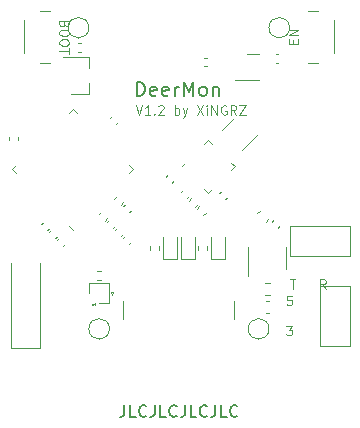
<source format=gbr>
%TF.GenerationSoftware,KiCad,Pcbnew,(5.1.12-1-10_14)*%
%TF.CreationDate,2022-04-30T16:01:42+08:00*%
%TF.ProjectId,DeerMon,44656572-4d6f-46e2-9e6b-696361645f70,V1.2*%
%TF.SameCoordinates,Original*%
%TF.FileFunction,Legend,Top*%
%TF.FilePolarity,Positive*%
%FSLAX46Y46*%
G04 Gerber Fmt 4.6, Leading zero omitted, Abs format (unit mm)*
G04 Created by KiCad (PCBNEW (5.1.12-1-10_14)) date 2022-04-30 16:01:42*
%MOMM*%
%LPD*%
G01*
G04 APERTURE LIST*
%ADD10C,0.120000*%
%ADD11C,0.150000*%
%ADD12C,0.200000*%
%ADD13C,0.100000*%
%ADD14C,0.075000*%
G04 APERTURE END LIST*
D10*
X27425619Y12888096D02*
X27158952Y13269048D01*
X26968476Y12888096D02*
X26968476Y13688096D01*
X27273238Y13688096D01*
X27349428Y13650000D01*
X27387523Y13611905D01*
X27425619Y13535715D01*
X27425619Y13421429D01*
X27387523Y13345239D01*
X27349428Y13307143D01*
X27273238Y13269048D01*
X26968476Y13269048D01*
X24409428Y13688096D02*
X24866571Y13688096D01*
X24638000Y12888096D02*
X24638000Y13688096D01*
X24560023Y12291096D02*
X24179071Y12291096D01*
X24140976Y11910143D01*
X24179071Y11948239D01*
X24255261Y11986334D01*
X24445738Y11986334D01*
X24521928Y11948239D01*
X24560023Y11910143D01*
X24598119Y11833953D01*
X24598119Y11643477D01*
X24560023Y11567286D01*
X24521928Y11529191D01*
X24445738Y11491096D01*
X24255261Y11491096D01*
X24179071Y11529191D01*
X24140976Y11567286D01*
X24102880Y9751096D02*
X24598119Y9751096D01*
X24331452Y9446334D01*
X24445738Y9446334D01*
X24521928Y9408239D01*
X24560023Y9370143D01*
X24598119Y9293953D01*
X24598119Y9103477D01*
X24560023Y9027286D01*
X24521928Y8989191D01*
X24445738Y8951096D01*
X24217166Y8951096D01*
X24140976Y8989191D01*
X24102880Y9027286D01*
X26987500Y13123000D02*
X26987500Y8043000D01*
X29527500Y13123000D02*
X26987500Y13123000D01*
X29527500Y8043000D02*
X29527500Y13123000D01*
X26987500Y8043000D02*
X29527500Y8043000D01*
X24447500Y15663000D02*
X24447500Y18200000D01*
X29527500Y15663000D02*
X24447500Y15663000D01*
X29527500Y18203000D02*
X29527500Y15663000D01*
X24447500Y18203000D02*
X29527500Y18203000D01*
X5307142Y35335715D02*
X5269047Y35221429D01*
X5230952Y35183334D01*
X5154761Y35145239D01*
X5040476Y35145239D01*
X4964285Y35183334D01*
X4926190Y35221429D01*
X4888095Y35297620D01*
X4888095Y35602381D01*
X5688095Y35602381D01*
X5688095Y35335715D01*
X5650000Y35259524D01*
X5611904Y35221429D01*
X5535714Y35183334D01*
X5459523Y35183334D01*
X5383333Y35221429D01*
X5345238Y35259524D01*
X5307142Y35335715D01*
X5307142Y35602381D01*
X5688095Y34650000D02*
X5688095Y34497620D01*
X5650000Y34421429D01*
X5573809Y34345239D01*
X5421428Y34307143D01*
X5154761Y34307143D01*
X5002380Y34345239D01*
X4926190Y34421429D01*
X4888095Y34497620D01*
X4888095Y34650000D01*
X4926190Y34726191D01*
X5002380Y34802381D01*
X5154761Y34840477D01*
X5421428Y34840477D01*
X5573809Y34802381D01*
X5650000Y34726191D01*
X5688095Y34650000D01*
X5688095Y33811905D02*
X5688095Y33659524D01*
X5650000Y33583334D01*
X5573809Y33507143D01*
X5421428Y33469048D01*
X5154761Y33469048D01*
X5002380Y33507143D01*
X4926190Y33583334D01*
X4888095Y33659524D01*
X4888095Y33811905D01*
X4926190Y33888096D01*
X5002380Y33964286D01*
X5154761Y34002381D01*
X5421428Y34002381D01*
X5573809Y33964286D01*
X5650000Y33888096D01*
X5688095Y33811905D01*
X5688095Y33240477D02*
X5688095Y32783334D01*
X4888095Y33011905D02*
X5688095Y33011905D01*
X24692857Y33659524D02*
X24692857Y33926191D01*
X25111904Y34040477D02*
X25111904Y33659524D01*
X24311904Y33659524D01*
X24311904Y34040477D01*
X25111904Y34383334D02*
X24311904Y34383334D01*
X25111904Y34840477D01*
X24311904Y34840477D01*
D11*
X10380952Y3047620D02*
X10380952Y2333334D01*
X10333333Y2190477D01*
X10238095Y2095239D01*
X10095238Y2047620D01*
X10000000Y2047620D01*
X11333333Y2047620D02*
X10857142Y2047620D01*
X10857142Y3047620D01*
X12238095Y2142858D02*
X12190476Y2095239D01*
X12047619Y2047620D01*
X11952380Y2047620D01*
X11809523Y2095239D01*
X11714285Y2190477D01*
X11666666Y2285715D01*
X11619047Y2476191D01*
X11619047Y2619048D01*
X11666666Y2809524D01*
X11714285Y2904762D01*
X11809523Y3000000D01*
X11952380Y3047620D01*
X12047619Y3047620D01*
X12190476Y3000000D01*
X12238095Y2952381D01*
X12952380Y3047620D02*
X12952380Y2333334D01*
X12904761Y2190477D01*
X12809523Y2095239D01*
X12666666Y2047620D01*
X12571428Y2047620D01*
X13904761Y2047620D02*
X13428571Y2047620D01*
X13428571Y3047620D01*
X14809523Y2142858D02*
X14761904Y2095239D01*
X14619047Y2047620D01*
X14523809Y2047620D01*
X14380952Y2095239D01*
X14285714Y2190477D01*
X14238095Y2285715D01*
X14190476Y2476191D01*
X14190476Y2619048D01*
X14238095Y2809524D01*
X14285714Y2904762D01*
X14380952Y3000000D01*
X14523809Y3047620D01*
X14619047Y3047620D01*
X14761904Y3000000D01*
X14809523Y2952381D01*
X15523809Y3047620D02*
X15523809Y2333334D01*
X15476190Y2190477D01*
X15380952Y2095239D01*
X15238095Y2047620D01*
X15142857Y2047620D01*
X16476190Y2047620D02*
X16000000Y2047620D01*
X16000000Y3047620D01*
X17380952Y2142858D02*
X17333333Y2095239D01*
X17190476Y2047620D01*
X17095238Y2047620D01*
X16952380Y2095239D01*
X16857142Y2190477D01*
X16809523Y2285715D01*
X16761904Y2476191D01*
X16761904Y2619048D01*
X16809523Y2809524D01*
X16857142Y2904762D01*
X16952380Y3000000D01*
X17095238Y3047620D01*
X17190476Y3047620D01*
X17333333Y3000000D01*
X17380952Y2952381D01*
X18095238Y3047620D02*
X18095238Y2333334D01*
X18047619Y2190477D01*
X17952380Y2095239D01*
X17809523Y2047620D01*
X17714285Y2047620D01*
X19047619Y2047620D02*
X18571428Y2047620D01*
X18571428Y3047620D01*
X19952380Y2142858D02*
X19904761Y2095239D01*
X19761904Y2047620D01*
X19666666Y2047620D01*
X19523809Y2095239D01*
X19428571Y2190477D01*
X19380952Y2285715D01*
X19333333Y2476191D01*
X19333333Y2619048D01*
X19380952Y2809524D01*
X19428571Y2904762D01*
X19523809Y3000000D01*
X19666666Y3047620D01*
X19761904Y3047620D01*
X19904761Y3000000D01*
X19952380Y2952381D01*
D10*
X22625000Y9500000D02*
G75*
G03*
X22625000Y9500000I-875000J0D01*
G01*
X7375000Y35000000D02*
G75*
G03*
X7375000Y35000000I-875000J0D01*
G01*
X9125000Y9500000D02*
G75*
G03*
X9125000Y9500000I-875000J0D01*
G01*
X24375000Y35000000D02*
G75*
G03*
X24375000Y35000000I-875000J0D01*
G01*
X11354190Y28438096D02*
X11620857Y27638096D01*
X11887523Y28438096D01*
X12573238Y27638096D02*
X12116095Y27638096D01*
X12344666Y27638096D02*
X12344666Y28438096D01*
X12268476Y28323810D01*
X12192285Y28247620D01*
X12116095Y28209524D01*
X12916095Y27714286D02*
X12954190Y27676191D01*
X12916095Y27638096D01*
X12878000Y27676191D01*
X12916095Y27714286D01*
X12916095Y27638096D01*
X13258952Y28361905D02*
X13297047Y28400000D01*
X13373238Y28438096D01*
X13563714Y28438096D01*
X13639904Y28400000D01*
X13678000Y28361905D01*
X13716095Y28285715D01*
X13716095Y28209524D01*
X13678000Y28095239D01*
X13220857Y27638096D01*
X13716095Y27638096D01*
X14668476Y27638096D02*
X14668476Y28438096D01*
X14668476Y28133334D02*
X14744666Y28171429D01*
X14897047Y28171429D01*
X14973238Y28133334D01*
X15011333Y28095239D01*
X15049428Y28019048D01*
X15049428Y27790477D01*
X15011333Y27714286D01*
X14973238Y27676191D01*
X14897047Y27638096D01*
X14744666Y27638096D01*
X14668476Y27676191D01*
X15316095Y28171429D02*
X15506571Y27638096D01*
X15697047Y28171429D02*
X15506571Y27638096D01*
X15430380Y27447620D01*
X15392285Y27409524D01*
X15316095Y27371429D01*
X16535142Y28438096D02*
X17068476Y27638096D01*
X17068476Y28438096D02*
X16535142Y27638096D01*
X17373238Y27638096D02*
X17373238Y28171429D01*
X17373238Y28438096D02*
X17335142Y28400000D01*
X17373238Y28361905D01*
X17411333Y28400000D01*
X17373238Y28438096D01*
X17373238Y28361905D01*
X17754190Y27638096D02*
X17754190Y28438096D01*
X18211333Y27638096D01*
X18211333Y28438096D01*
X19011333Y28400000D02*
X18935142Y28438096D01*
X18820857Y28438096D01*
X18706571Y28400000D01*
X18630380Y28323810D01*
X18592285Y28247620D01*
X18554190Y28095239D01*
X18554190Y27980953D01*
X18592285Y27828572D01*
X18630380Y27752381D01*
X18706571Y27676191D01*
X18820857Y27638096D01*
X18897047Y27638096D01*
X19011333Y27676191D01*
X19049428Y27714286D01*
X19049428Y27980953D01*
X18897047Y27980953D01*
X19849428Y27638096D02*
X19582761Y28019048D01*
X19392285Y27638096D02*
X19392285Y28438096D01*
X19697047Y28438096D01*
X19773238Y28400000D01*
X19811333Y28361905D01*
X19849428Y28285715D01*
X19849428Y28171429D01*
X19811333Y28095239D01*
X19773238Y28057143D01*
X19697047Y28019048D01*
X19392285Y28019048D01*
X20116095Y28438096D02*
X20649428Y28438096D01*
X20116095Y27638096D01*
X20649428Y27638096D01*
D12*
X11415714Y29207143D02*
X11415714Y30407143D01*
X11701428Y30407143D01*
X11872857Y30350000D01*
X11987142Y30235715D01*
X12044285Y30121429D01*
X12101428Y29892858D01*
X12101428Y29721429D01*
X12044285Y29492858D01*
X11987142Y29378572D01*
X11872857Y29264286D01*
X11701428Y29207143D01*
X11415714Y29207143D01*
X13072857Y29264286D02*
X12958571Y29207143D01*
X12730000Y29207143D01*
X12615714Y29264286D01*
X12558571Y29378572D01*
X12558571Y29835715D01*
X12615714Y29950000D01*
X12730000Y30007143D01*
X12958571Y30007143D01*
X13072857Y29950000D01*
X13130000Y29835715D01*
X13130000Y29721429D01*
X12558571Y29607143D01*
X14101428Y29264286D02*
X13987142Y29207143D01*
X13758571Y29207143D01*
X13644285Y29264286D01*
X13587142Y29378572D01*
X13587142Y29835715D01*
X13644285Y29950000D01*
X13758571Y30007143D01*
X13987142Y30007143D01*
X14101428Y29950000D01*
X14158571Y29835715D01*
X14158571Y29721429D01*
X13587142Y29607143D01*
X14672857Y29207143D02*
X14672857Y30007143D01*
X14672857Y29778572D02*
X14730000Y29892858D01*
X14787142Y29950000D01*
X14901428Y30007143D01*
X15015714Y30007143D01*
X15415714Y29207143D02*
X15415714Y30407143D01*
X15815714Y29550000D01*
X16215714Y30407143D01*
X16215714Y29207143D01*
X16958571Y29207143D02*
X16844285Y29264286D01*
X16787142Y29321429D01*
X16730000Y29435715D01*
X16730000Y29778572D01*
X16787142Y29892858D01*
X16844285Y29950000D01*
X16958571Y30007143D01*
X17130000Y30007143D01*
X17244285Y29950000D01*
X17301428Y29892858D01*
X17358571Y29778572D01*
X17358571Y29435715D01*
X17301428Y29321429D01*
X17244285Y29264286D01*
X17130000Y29207143D01*
X16958571Y29207143D01*
X17872857Y30007143D02*
X17872857Y29207143D01*
X17872857Y29892858D02*
X17930000Y29950000D01*
X18044285Y30007143D01*
X18215714Y30007143D01*
X18330000Y29950000D01*
X18387142Y29835715D01*
X18387142Y29207143D01*
D10*
%TO.C,U1*%
X15558992Y23585876D02*
X15223116Y23250000D01*
X19776884Y23250000D02*
X19441008Y23585876D01*
X19441008Y22914124D02*
X19776884Y23250000D01*
X17500000Y20973116D02*
X17164124Y21308992D01*
X17835876Y21308992D02*
X17500000Y20973116D01*
X17500000Y25526884D02*
X17835876Y25191008D01*
X17164124Y25191008D02*
X17500000Y25526884D01*
%TO.C,C2*%
X15321693Y21230810D02*
X15169190Y21078307D01*
X15830810Y20721693D02*
X15678307Y20569190D01*
%TO.C,C17*%
X18571693Y21130810D02*
X18419190Y20978307D01*
X19080810Y20621693D02*
X18928307Y20469190D01*
%TO.C,C1*%
X14021693Y22530810D02*
X13869190Y22378307D01*
X14530810Y22021693D02*
X14378307Y21869190D01*
%TO.C,U2*%
X19750000Y30540000D02*
X21750000Y30540000D01*
X20750000Y32760000D02*
X21750000Y32760000D01*
%TO.C,Q1*%
X19674731Y27315219D02*
X18684781Y26325269D01*
X20325269Y24684781D02*
X21668772Y26028284D01*
%TO.C,C14*%
X9746693Y18005810D02*
X9594190Y17853307D01*
X10255810Y17496693D02*
X10103307Y17344190D01*
%TO.C,R11*%
X8096359Y13620000D02*
X8403641Y13620000D01*
X8096359Y14380000D02*
X8403641Y14380000D01*
D13*
%TO.C,D4*%
G36*
X9450000Y12600000D02*
G01*
X9350000Y12400000D01*
X9250000Y12600000D01*
X9450000Y12600000D01*
G37*
X9450000Y12600000D02*
X9350000Y12400000D01*
X9250000Y12600000D01*
X9450000Y12600000D01*
X9100000Y11650000D02*
X9100000Y13350000D01*
X8250000Y11650000D02*
X9100000Y11650000D01*
X9100000Y13350000D02*
X7400000Y13350000D01*
X7400000Y13350000D02*
X7400000Y12500000D01*
D10*
%TO.C,C16*%
X4846693Y17155810D02*
X4694190Y17003307D01*
X5355810Y16646693D02*
X5203307Y16494190D01*
%TO.C,C15*%
X4171693Y17830810D02*
X4019190Y17678307D01*
X4680810Y17321693D02*
X4528307Y17169190D01*
%TO.C,C12*%
X9678307Y26869190D02*
X9830810Y27021693D01*
X9169190Y27378307D02*
X9321693Y27530810D01*
%TO.C,C7*%
X3496693Y18505810D02*
X3344190Y18353307D01*
X4005810Y17996693D02*
X3853307Y17844190D01*
%TO.C,C6*%
X10421693Y17330810D02*
X10269190Y17178307D01*
X10930810Y16821693D02*
X10778307Y16669190D01*
%TO.C,C5*%
X1360000Y25492164D02*
X1360000Y25707836D01*
X640000Y25492164D02*
X640000Y25707836D01*
%TO.C,R14*%
X22737258Y13372500D02*
X22262742Y13372500D01*
X22737258Y12327500D02*
X22262742Y12327500D01*
%TO.C,R13*%
X6446359Y32920000D02*
X6753641Y32920000D01*
X6446359Y33680000D02*
X6753641Y33680000D01*
%TO.C,SW1*%
X1850000Y35650000D02*
X1850000Y32850000D01*
X3250000Y36450000D02*
X4050000Y36450000D01*
X3250000Y32050000D02*
X4050000Y32050000D01*
%TO.C,Q2*%
X7360000Y29395000D02*
X5900000Y29395000D01*
X7360000Y32555000D02*
X5200000Y32555000D01*
X7360000Y32555000D02*
X7360000Y31625000D01*
X7360000Y29395000D02*
X7360000Y30325000D01*
%TO.C,C10*%
X22359227Y18589970D02*
X22558038Y18788781D01*
X21637978Y19311219D02*
X21836789Y19510030D01*
%TO.C,C9*%
X22359420Y10840000D02*
X22640580Y10840000D01*
X22359420Y11860000D02*
X22640580Y11860000D01*
%TO.C,AE1*%
X3250000Y15050000D02*
X3250000Y7900000D01*
X3250000Y7900000D02*
X750000Y7900000D01*
X750000Y7900000D02*
X750000Y15050000D01*
%TO.C,SW2*%
X28150000Y32850000D02*
X28150000Y35650000D01*
X26750000Y32050000D02*
X25950000Y32050000D01*
X26750000Y36450000D02*
X25950000Y36450000D01*
%TO.C,U4*%
X5664124Y18230565D02*
X6000000Y17894689D01*
X6000000Y28105311D02*
X5664124Y27769435D01*
X6335876Y27769435D02*
X6000000Y28105311D01*
X11105311Y23000000D02*
X10769435Y22664124D01*
X10769435Y23335876D02*
X11105311Y23000000D01*
X894689Y23000000D02*
X1230565Y23335876D01*
X1230565Y22664124D02*
X894689Y23000000D01*
%TO.C,U3*%
X20890000Y16400000D02*
X20890000Y13950000D01*
X24110000Y14600000D02*
X24110000Y16400000D01*
%TO.C,R12*%
X10085060Y19997659D02*
X10302341Y20214940D01*
X9547659Y20535060D02*
X9764940Y20752341D01*
%TO.C,R10*%
X8414940Y19402341D02*
X8197659Y19185060D01*
X8952341Y18864940D02*
X8735060Y18647659D01*
%TO.C,R8*%
X16360060Y19822659D02*
X16577341Y20039940D01*
X15822659Y20360060D02*
X16039940Y20577341D01*
%TO.C,R7*%
X17060060Y19122659D02*
X17277341Y19339940D01*
X16522659Y19660060D02*
X16739940Y19877341D01*
%TO.C,R4*%
X16645000Y16528641D02*
X16645000Y16221359D01*
X17405000Y16528641D02*
X17405000Y16221359D01*
%TO.C,R3*%
X12595000Y16528641D02*
X12595000Y16221359D01*
X13355000Y16528641D02*
X13355000Y16221359D01*
%TO.C,J1*%
X10300000Y11900000D02*
X10300000Y10300000D01*
X19700000Y11900000D02*
X19700000Y10300000D01*
%TO.C,D3*%
X18900000Y17300000D02*
X18900000Y15450000D01*
X17700000Y17300000D02*
X17700000Y15450000D01*
X17700000Y15450000D02*
X18900000Y15450000D01*
%TO.C,D2*%
X14850000Y17300000D02*
X14850000Y15450000D01*
X13650000Y17300000D02*
X13650000Y15450000D01*
X13650000Y15450000D02*
X14850000Y15450000D01*
%TO.C,D1*%
X16350000Y17300000D02*
X16350000Y15450000D01*
X15150000Y17300000D02*
X15150000Y15450000D01*
X15150000Y15450000D02*
X16350000Y15450000D01*
%TO.C,C13*%
X9071693Y18680810D02*
X8919190Y18528307D01*
X9580810Y18171693D02*
X9428307Y18019190D01*
%TO.C,C11*%
X10421693Y20030810D02*
X10269190Y19878307D01*
X10930810Y19521693D02*
X10778307Y19369190D01*
%TO.C,C8*%
X23192164Y32040000D02*
X23407836Y32040000D01*
X23192164Y32760000D02*
X23407836Y32760000D01*
%TO.C,C4*%
X23353307Y18069190D02*
X23505810Y18221693D01*
X22844190Y18578307D02*
X22996693Y18730810D01*
%TO.C,C3*%
X17142164Y31740000D02*
X17357836Y31740000D01*
X17142164Y32460000D02*
X17357836Y32460000D01*
%TO.C,D4*%
D14*
X7935714Y11660715D02*
X7935714Y11489286D01*
X7935714Y11575000D02*
X7635714Y11575000D01*
X7678571Y11546429D01*
X7707142Y11517858D01*
X7721428Y11489286D01*
%TD*%
M02*

</source>
